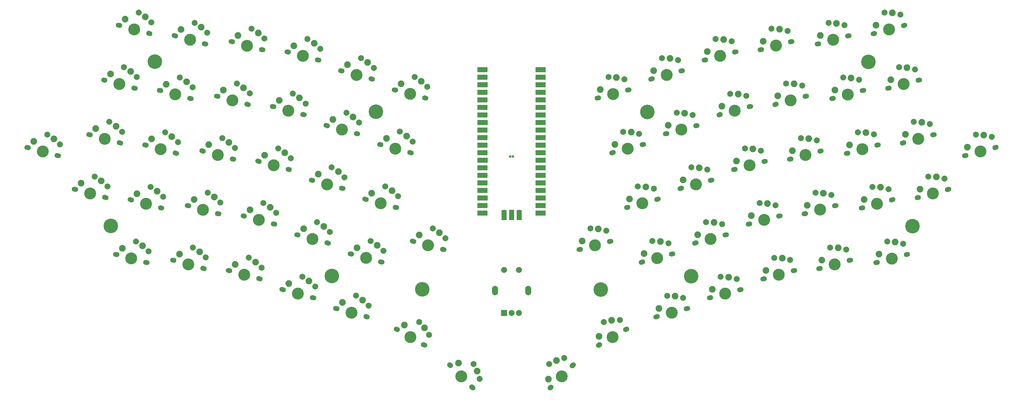
<source format=gts>
G04 #@! TF.GenerationSoftware,KiCad,Pcbnew,8.0.2*
G04 #@! TF.CreationDate,2024-06-03T01:19:23+01:00*
G04 #@! TF.ProjectId,Ashwing66,41736877-696e-4673-9636-2e6b69636164,1*
G04 #@! TF.SameCoordinates,Original*
G04 #@! TF.FileFunction,Soldermask,Top*
G04 #@! TF.FilePolarity,Negative*
%FSLAX46Y46*%
G04 Gerber Fmt 4.6, Leading zero omitted, Abs format (unit mm)*
G04 Created by KiCad (PCBNEW 8.0.2) date 2024-06-03 01:19:23*
%MOMM*%
%LPD*%
G01*
G04 APERTURE LIST*
G04 Aperture macros list*
%AMHorizOval*
0 Thick line with rounded ends*
0 $1 width*
0 $2 $3 position (X,Y) of the first rounded end (center of the circle)*
0 $4 $5 position (X,Y) of the second rounded end (center of the circle)*
0 Add line between two ends*
20,1,$1,$2,$3,$4,$5,0*
0 Add two circle primitives to create the rounded ends*
1,1,$1,$2,$3*
1,1,$1,$4,$5*%
G04 Aperture macros list end*
%ADD10C,1.700000*%
%ADD11C,1.750000*%
%ADD12C,4.000000*%
%ADD13C,2.250000*%
%ADD14C,2.000000*%
%ADD15HorizOval,2.250000X0.000000X0.000000X0.000000X0.000000X0*%
%ADD16HorizOval,2.250000X0.000000X0.000000X0.000000X0.000000X0*%
%ADD17O,2.000000X3.200000*%
%ADD18R,2.000000X2.000000*%
%ADD19HorizOval,2.250000X0.000000X0.000000X0.000000X0.000000X0*%
%ADD20C,4.900000*%
%ADD21HorizOval,2.250000X0.000000X0.000000X0.000000X0.000000X0*%
%ADD22O,1.700000X1.700000*%
%ADD23R,3.500000X1.700000*%
%ADD24R,1.700000X1.700000*%
%ADD25R,1.700000X3.500000*%
%ADD26HorizOval,2.250000X0.000000X0.000000X0.000000X0.000000X0*%
%ADD27HorizOval,2.250000X0.000000X0.000000X0.000000X0.000000X0*%
%ADD28C,0.850000*%
G04 APERTURE END LIST*
D10*
X219805529Y-173294914D03*
D11*
X220211220Y-173186210D03*
D12*
X225118119Y-171871410D03*
D11*
X230025026Y-170556608D03*
D10*
X230430707Y-170447905D03*
D13*
X226256772Y-166307106D03*
D14*
X228964236Y-166906799D03*
D15*
X220780545Y-170404062D03*
D14*
X223591090Y-166172448D03*
D10*
X68818055Y-156463481D03*
D11*
X69223744Y-156572186D03*
D12*
X74130645Y-157886985D03*
D11*
X79037552Y-159201787D03*
D10*
X79443233Y-159310490D03*
D13*
X77898899Y-153637483D03*
D14*
X79943785Y-155510564D03*
D16*
X71107868Y-154447435D03*
D14*
X75657680Y-152188024D03*
D10*
X314671195Y-159312440D03*
D11*
X315076886Y-159203736D03*
D12*
X319983785Y-157888936D03*
D11*
X324890692Y-156574134D03*
D10*
X325296373Y-156465431D03*
D13*
X321122438Y-152324632D03*
D14*
X323829902Y-152924325D03*
D15*
X315646211Y-156421588D03*
D14*
X318456756Y-152189974D03*
D10*
X230815044Y-140746691D03*
D11*
X231220735Y-140637987D03*
D12*
X236127634Y-139323187D03*
D11*
X241034541Y-138008385D03*
D10*
X241440222Y-137899682D03*
D13*
X237266287Y-133758883D03*
D14*
X239973751Y-134358576D03*
D15*
X231790060Y-137855839D03*
D14*
X234600605Y-133624225D03*
D10*
X304810184Y-122510673D03*
D11*
X305215875Y-122401969D03*
D12*
X310122774Y-121087169D03*
D11*
X315029681Y-119772367D03*
D10*
X315435362Y-119663664D03*
D13*
X311261427Y-115522865D03*
D14*
X313968891Y-116122558D03*
D15*
X305785200Y-119619821D03*
D14*
X308595745Y-115388207D03*
D10*
X300411926Y-179699685D03*
D11*
X300817617Y-179590981D03*
D12*
X305724516Y-178276181D03*
D11*
X310631423Y-176961379D03*
D10*
X311037104Y-176852676D03*
D13*
X306863169Y-172711877D03*
D14*
X309570633Y-173311570D03*
D15*
X301386942Y-176808833D03*
D14*
X304197487Y-172577219D03*
D10*
X73748560Y-138062588D03*
D11*
X74154249Y-138171293D03*
D12*
X79061150Y-139486092D03*
D11*
X83968057Y-140800894D03*
D10*
X84373738Y-140909597D03*
D13*
X82829404Y-135236590D03*
D14*
X84874290Y-137109671D03*
D16*
X76038373Y-136046542D03*
D14*
X80588185Y-133787131D03*
D10*
X59889614Y-116181345D03*
D11*
X60295304Y-116290050D03*
D12*
X65202204Y-117604849D03*
D11*
X70109111Y-118919651D03*
D10*
X70514796Y-119028354D03*
D13*
X68970458Y-113355347D03*
D14*
X71015344Y-115228428D03*
D16*
X62179429Y-114165297D03*
D14*
X66729239Y-111905888D03*
D10*
X92957170Y-140027705D03*
D11*
X93362859Y-140136410D03*
D12*
X98269760Y-141451209D03*
D11*
X103176667Y-142766011D03*
D10*
X103582348Y-142874714D03*
D13*
X102038014Y-137201707D03*
D14*
X104082900Y-139074788D03*
D16*
X95246983Y-138011659D03*
D14*
X99796795Y-135752248D03*
D10*
X64829536Y-97769829D03*
D11*
X65235226Y-97878534D03*
D12*
X70142126Y-99193333D03*
D11*
X75049033Y-100508135D03*
D10*
X75454718Y-100616838D03*
D13*
X73910380Y-94943831D03*
D14*
X75955266Y-96816912D03*
D16*
X67119349Y-95753784D03*
D14*
X71669161Y-93494372D03*
D10*
X318669138Y-100629420D03*
D11*
X319074828Y-100520717D03*
D12*
X323981728Y-99205916D03*
D11*
X328888635Y-97891114D03*
D10*
X329294317Y-97782407D03*
D13*
X325120381Y-93641612D03*
D14*
X327827845Y-94241305D03*
D15*
X319644152Y-97738564D03*
D14*
X322454699Y-93506953D03*
D10*
X101872655Y-180309148D03*
D11*
X102278344Y-180417853D03*
D12*
X107185245Y-181732652D03*
D11*
X112092152Y-183047454D03*
D10*
X112497833Y-183156157D03*
D13*
X110953499Y-177483150D03*
D14*
X112998385Y-179356231D03*
D16*
X104162468Y-178293102D03*
D14*
X108712280Y-176033691D03*
D10*
X129749525Y-149899333D03*
D11*
X130155214Y-150008038D03*
D12*
X135062115Y-151322837D03*
D11*
X139969022Y-152637639D03*
D10*
X140374703Y-152746342D03*
D13*
X138830369Y-147073335D03*
D14*
X140875255Y-148946416D03*
D16*
X132039338Y-147883287D03*
D14*
X136589150Y-145623876D03*
D10*
X225884542Y-122345814D03*
D11*
X226290232Y-122237111D03*
D12*
X231197132Y-120922310D03*
D11*
X236104039Y-119607508D03*
D10*
X236509721Y-119498801D03*
D13*
X232335785Y-115358006D03*
D14*
X235043249Y-115957699D03*
D15*
X226859556Y-119454958D03*
D14*
X229670103Y-115223347D03*
D10*
X299876840Y-104123696D03*
D11*
X300282530Y-104014993D03*
D12*
X305189430Y-102700192D03*
D11*
X310096337Y-101385390D03*
D10*
X310502019Y-101276683D03*
D13*
X306328083Y-97135888D03*
D14*
X309035547Y-97735581D03*
D15*
X300851854Y-101232840D03*
D14*
X303662401Y-97001229D03*
D17*
X191483552Y-187100917D03*
X202683552Y-187100917D03*
D18*
X194583552Y-194600917D03*
D14*
X199583552Y-194600917D03*
X197083552Y-194600917D03*
X194583552Y-180100917D03*
X199583552Y-180100917D03*
D10*
X323599642Y-119030307D03*
D11*
X324005333Y-118921603D03*
D12*
X328912232Y-117606803D03*
D11*
X333819139Y-116292001D03*
D10*
X334224820Y-116183298D03*
D13*
X330050885Y-112042499D03*
D14*
X332758349Y-112642192D03*
D15*
X324574658Y-116139455D03*
D14*
X327385203Y-111907841D03*
D10*
X124828434Y-168289588D03*
D11*
X125234123Y-168398293D03*
D12*
X130141024Y-169713092D03*
D11*
X135047931Y-171027894D03*
D10*
X135453612Y-171136597D03*
D13*
X133909278Y-165463590D03*
D14*
X135954164Y-167336671D03*
D16*
X127118247Y-166273542D03*
D14*
X131668059Y-164014131D03*
D10*
X176255098Y-212049300D03*
D11*
X176552083Y-212346286D03*
D12*
X180144184Y-215938386D03*
D11*
X183736289Y-219530491D03*
D10*
X184033268Y-219827471D03*
D13*
X185532339Y-214142336D03*
D14*
X186366723Y-216786912D03*
D19*
X179246158Y-211448262D03*
D14*
X184316115Y-211766457D03*
D10*
X263610155Y-189560697D03*
D11*
X264015846Y-189451993D03*
D12*
X268922745Y-188137193D03*
D11*
X273829652Y-186822391D03*
D10*
X274235333Y-186713688D03*
D13*
X270061398Y-182572889D03*
D14*
X272768862Y-183172582D03*
D15*
X264585171Y-186669845D03*
D14*
X267395716Y-182438231D03*
D10*
X349394569Y-141708842D03*
D11*
X349800260Y-141600138D03*
D12*
X354707159Y-140285338D03*
D11*
X359614066Y-138970536D03*
D10*
X360019747Y-138861833D03*
D13*
X355845812Y-134721034D03*
D14*
X358553276Y-135320727D03*
D15*
X350369585Y-138817990D03*
D14*
X353180130Y-134586376D03*
D20*
X167054036Y-186687989D03*
D10*
X147765392Y-156291280D03*
D11*
X148171081Y-156399985D03*
D12*
X153077982Y-157714784D03*
D11*
X157984889Y-159029586D03*
D10*
X158390570Y-159138289D03*
D13*
X156846236Y-153465282D03*
D14*
X158891122Y-155338363D03*
D16*
X150055205Y-154275234D03*
D14*
X154605017Y-152015823D03*
D10*
X248818646Y-134358036D03*
D11*
X249224337Y-134249332D03*
D12*
X254131236Y-132934532D03*
D11*
X259038143Y-131619730D03*
D10*
X259443824Y-131511027D03*
D13*
X255269889Y-127370228D03*
D14*
X257977353Y-127969921D03*
D15*
X249793662Y-131467184D03*
D14*
X252604207Y-127235570D03*
D10*
X258682503Y-171145896D03*
D11*
X259088194Y-171037192D03*
D12*
X263995093Y-169722392D03*
D11*
X268902000Y-168407590D03*
D10*
X269307681Y-168298887D03*
D13*
X265133746Y-164158088D03*
D14*
X267841210Y-164757781D03*
D15*
X259657519Y-168255044D03*
D14*
X262468064Y-164023430D03*
D10*
X235745545Y-159147583D03*
D11*
X236151236Y-159038879D03*
D12*
X241058135Y-157724079D03*
D11*
X245965042Y-156409277D03*
D10*
X246370723Y-156300574D03*
D13*
X242196788Y-152159775D03*
D14*
X244904252Y-152759468D03*
D15*
X236720561Y-156256731D03*
D14*
X239531106Y-152025117D03*
D10*
X134689446Y-131487821D03*
D11*
X135095135Y-131596526D03*
D12*
X140002036Y-132911325D03*
D11*
X144908943Y-134226127D03*
D10*
X145314624Y-134334830D03*
D13*
X143770290Y-128661823D03*
D14*
X145815176Y-130534904D03*
D16*
X136979259Y-129471775D03*
D14*
X141529071Y-127212364D03*
D10*
X163709544Y-170426762D03*
D11*
X164115233Y-170535467D03*
D12*
X169022134Y-171850266D03*
D11*
X173929041Y-173165068D03*
D10*
X174334722Y-173273771D03*
D13*
X172790388Y-167600764D03*
D14*
X174835274Y-169473845D03*
D16*
X165999357Y-168410716D03*
D14*
X170549169Y-166151305D03*
D10*
X152695894Y-137890394D03*
D11*
X153101583Y-137999099D03*
D12*
X158008484Y-139313898D03*
D11*
X162915391Y-140628700D03*
D10*
X163321072Y-140737403D03*
D13*
X161776738Y-135064396D03*
D14*
X163821624Y-136937477D03*
D16*
X154985707Y-135874348D03*
D14*
X159535519Y-133614937D03*
D10*
X276686097Y-164757233D03*
D11*
X277091788Y-164648529D03*
D12*
X281998687Y-163333729D03*
D11*
X286905594Y-162018927D03*
D10*
X287311275Y-161910224D03*
D13*
X283137340Y-157769425D03*
D14*
X285844804Y-158369118D03*
D15*
X277661113Y-161866381D03*
D14*
X280471658Y-157634767D03*
D10*
X281613757Y-183172033D03*
D11*
X282019448Y-183063329D03*
D12*
X286926347Y-181748529D03*
D11*
X291833254Y-180433727D03*
D10*
X292238935Y-180325024D03*
D13*
X288065000Y-176184225D03*
D14*
X290772464Y-176783918D03*
D15*
X282588773Y-180281181D03*
D14*
X285399318Y-176049567D03*
D10*
X158321173Y-199995704D03*
D11*
X158684905Y-200205705D03*
D12*
X163084311Y-202745703D03*
D11*
X167483723Y-205285705D03*
D10*
X167847446Y-205495702D03*
D13*
X167824017Y-199616295D03*
D14*
X169314439Y-201954806D03*
D21*
X161054754Y-198640999D03*
D14*
X166034312Y-197636154D03*
D10*
X240673210Y-177562386D03*
D11*
X241078901Y-177453682D03*
D12*
X245985800Y-176138882D03*
D11*
X250892707Y-174824080D03*
D10*
X251298388Y-174715377D03*
D13*
X247124453Y-170574578D03*
D14*
X249831917Y-171174271D03*
D15*
X241648226Y-174671534D03*
D14*
X244458771Y-170439920D03*
D10*
X137904387Y-193093052D03*
D11*
X138310076Y-193201757D03*
D12*
X143216977Y-194516556D03*
D11*
X148123884Y-195831358D03*
D10*
X148529565Y-195940061D03*
D13*
X146985231Y-190267054D03*
D14*
X149030117Y-192140135D03*
D16*
X140194200Y-191077006D03*
D14*
X144744012Y-188817595D03*
D10*
X266825100Y-127955463D03*
D11*
X267230791Y-127846759D03*
D12*
X272137690Y-126531959D03*
D11*
X277044597Y-125217157D03*
D10*
X277450278Y-125108454D03*
D13*
X273276343Y-120967655D03*
D14*
X275983807Y-121567348D03*
D15*
X267800116Y-125064611D03*
D14*
X270610661Y-120832997D03*
D10*
X97878256Y-121637435D03*
D11*
X98283945Y-121746140D03*
D12*
X103190846Y-123060939D03*
D11*
X108097753Y-124375741D03*
D10*
X108503434Y-124484444D03*
D13*
X106959100Y-118811437D03*
D14*
X109003986Y-120684518D03*
D16*
X100168069Y-119621389D03*
D14*
X104717881Y-117361978D03*
D20*
X136663283Y-182168280D03*
D10*
X139619951Y-113086936D03*
D11*
X140025640Y-113195641D03*
D12*
X144932541Y-114510440D03*
D11*
X149839448Y-115825242D03*
D10*
X150245132Y-115933940D03*
D13*
X148700795Y-110260938D03*
D14*
X150745681Y-112134019D03*
D16*
X141909766Y-111070888D03*
D14*
X146459576Y-108811479D03*
D10*
X63887554Y-174864361D03*
D11*
X64293243Y-174973066D03*
D12*
X69200144Y-176287865D03*
D11*
X74107051Y-177602667D03*
D10*
X74512732Y-177711370D03*
D13*
X72968398Y-172038363D03*
D14*
X75013284Y-173911444D03*
D16*
X66177367Y-172848315D03*
D14*
X70727179Y-170588904D03*
D10*
X333460648Y-155832088D03*
D11*
X333866339Y-155723384D03*
D12*
X338773238Y-154408584D03*
D11*
X343680145Y-153093782D03*
D10*
X344085826Y-152985079D03*
D13*
X339911891Y-148844280D03*
D14*
X342619355Y-149443973D03*
D15*
X334435664Y-152941236D03*
D14*
X337246209Y-148709622D03*
D10*
X309737843Y-140925465D03*
D11*
X310143534Y-140816761D03*
D12*
X315050433Y-139501961D03*
D11*
X319957340Y-138187159D03*
D10*
X320363021Y-138078456D03*
D13*
X316189086Y-133937657D03*
D14*
X318896550Y-134537350D03*
D15*
X310712859Y-138034613D03*
D14*
X313523404Y-133802999D03*
D10*
X106803153Y-161908270D03*
D11*
X107208842Y-162016975D03*
D12*
X112115743Y-163331774D03*
D11*
X117022650Y-164646576D03*
D10*
X117428331Y-164755279D03*
D13*
X115883997Y-159082272D03*
D14*
X117928883Y-160955353D03*
D16*
X109092966Y-159892224D03*
D14*
X113642778Y-157632813D03*
D10*
X102808749Y-103236553D03*
D11*
X103214438Y-103345258D03*
D12*
X108121339Y-104660057D03*
D11*
X113028246Y-105974859D03*
D10*
X113433930Y-106083557D03*
D13*
X111889593Y-100410555D03*
D14*
X113934479Y-102283636D03*
D16*
X105098564Y-101220505D03*
D14*
X109648374Y-98961096D03*
D10*
X328530141Y-137431200D03*
D11*
X328935832Y-137322496D03*
D12*
X333842731Y-136007696D03*
D11*
X338749638Y-134692894D03*
D10*
X339155319Y-134584191D03*
D13*
X334981384Y-130443392D03*
D14*
X337688848Y-131043085D03*
D15*
X329505157Y-134540348D03*
D14*
X332315702Y-130308734D03*
D10*
X119888520Y-186701107D03*
D11*
X120294209Y-186809812D03*
D12*
X125201110Y-188124611D03*
D11*
X130108017Y-189439413D03*
D10*
X130513698Y-189548116D03*
D13*
X128969364Y-183875109D03*
D14*
X131014250Y-185748190D03*
D16*
X122178333Y-184685061D03*
D14*
X126728145Y-182425650D03*
D10*
X243890991Y-115943234D03*
D11*
X244296681Y-115834531D03*
D12*
X249203581Y-114519730D03*
D11*
X254110488Y-113204928D03*
D10*
X254516170Y-113096221D03*
D13*
X250342234Y-108955426D03*
D14*
X253049698Y-109555119D03*
D15*
X244866005Y-113052378D03*
D14*
X247676552Y-108820767D03*
D10*
X319601703Y-177713329D03*
D11*
X320007394Y-177604625D03*
D12*
X324914293Y-176289825D03*
D11*
X329821200Y-174975023D03*
D10*
X330226881Y-174866320D03*
D13*
X326052946Y-170725521D03*
D14*
X328760410Y-171325214D03*
D15*
X320576719Y-174822477D03*
D14*
X323387264Y-170590863D03*
D10*
X116673585Y-125095873D03*
D11*
X117079274Y-125204578D03*
D12*
X121986175Y-126519377D03*
D11*
X126893082Y-127834179D03*
D10*
X127298763Y-127942882D03*
D13*
X125754429Y-122269875D03*
D14*
X127799315Y-124142956D03*
D16*
X118963398Y-123079827D03*
D14*
X123513210Y-120820416D03*
D22*
X188177042Y-112751299D03*
D23*
X187277042Y-112751299D03*
D22*
X188177043Y-115291297D03*
D23*
X187277043Y-115291297D03*
D24*
X188177043Y-117831299D03*
D23*
X187277043Y-117831299D03*
D22*
X188177040Y-120371297D03*
D23*
X187277040Y-120371297D03*
D22*
X188177039Y-122911295D03*
D23*
X187277039Y-122911295D03*
D22*
X188177041Y-125451299D03*
D23*
X187277041Y-125451299D03*
D22*
X188177040Y-127991298D03*
D23*
X187277040Y-127991298D03*
D24*
X188177041Y-130531300D03*
D23*
X187277041Y-130531300D03*
D22*
X188177041Y-133071298D03*
D23*
X187277041Y-133071298D03*
D22*
X188177042Y-135611298D03*
D23*
X187277042Y-135611298D03*
D22*
X188177042Y-138151298D03*
D23*
X187277042Y-138151298D03*
D22*
X188177041Y-140691298D03*
D23*
X187277041Y-140691298D03*
D24*
X188177044Y-143231298D03*
D23*
X187277044Y-143231298D03*
D22*
X188177041Y-145771299D03*
D23*
X187277041Y-145771299D03*
D22*
X188177041Y-148311301D03*
D23*
X187277041Y-148311301D03*
D22*
X188177039Y-150851299D03*
D23*
X187277039Y-150851299D03*
D22*
X188177039Y-153391297D03*
D23*
X187277039Y-153391297D03*
D24*
X188177041Y-155931298D03*
D23*
X187277041Y-155931298D03*
D22*
X188177042Y-158471298D03*
D23*
X187277042Y-158471298D03*
D22*
X188177041Y-161011298D03*
D23*
X187277041Y-161011298D03*
D22*
X205957040Y-161011297D03*
D23*
X206857040Y-161011297D03*
D22*
X205957039Y-158471299D03*
D23*
X206857039Y-158471299D03*
D24*
X205957039Y-155931297D03*
D23*
X206857039Y-155931297D03*
D22*
X205957042Y-153391299D03*
D23*
X206857042Y-153391299D03*
D22*
X205957043Y-150851301D03*
D23*
X206857043Y-150851301D03*
D22*
X205957041Y-148311297D03*
D23*
X206857041Y-148311297D03*
D22*
X205957042Y-145771298D03*
D23*
X206857042Y-145771298D03*
D24*
X205957041Y-143231296D03*
D23*
X206857041Y-143231296D03*
D22*
X205957041Y-140691298D03*
D23*
X206857041Y-140691298D03*
D22*
X205957040Y-138151298D03*
D23*
X206857040Y-138151298D03*
D22*
X205957040Y-135611298D03*
D23*
X206857040Y-135611298D03*
D22*
X205957041Y-133071298D03*
D23*
X206857041Y-133071298D03*
D24*
X205957038Y-130531298D03*
D23*
X206857038Y-130531298D03*
D22*
X205957041Y-127991297D03*
D23*
X206857041Y-127991297D03*
D22*
X205957041Y-125451295D03*
D23*
X206857041Y-125451295D03*
D22*
X205957043Y-122911297D03*
D23*
X206857043Y-122911297D03*
D22*
X205957043Y-120371299D03*
D23*
X206857043Y-120371299D03*
D24*
X205957041Y-117831298D03*
D23*
X206857041Y-117831298D03*
D22*
X205957040Y-115291298D03*
D23*
X206857040Y-115291298D03*
D22*
X205957041Y-112751298D03*
D23*
X206857041Y-112751298D03*
D22*
X194527037Y-160781299D03*
D25*
X194527037Y-161681299D03*
D24*
X197067041Y-160781298D03*
D25*
X197067041Y-161681298D03*
D22*
X199607039Y-160781299D03*
D25*
X199607039Y-161681299D03*
D10*
X280692769Y-106082235D03*
D11*
X281098459Y-105973532D03*
D12*
X286005359Y-104658731D03*
D11*
X290912266Y-103343929D03*
D10*
X291317948Y-103235222D03*
D13*
X287144012Y-99094427D03*
D14*
X289851476Y-99694120D03*
D15*
X281667783Y-103191379D03*
D14*
X284478330Y-98959768D03*
D10*
X83086745Y-176840100D03*
D11*
X83492434Y-176948805D03*
D12*
X88399335Y-178263604D03*
D11*
X93306242Y-179578406D03*
D10*
X93711923Y-179687109D03*
D13*
X92167589Y-174014102D03*
D14*
X94212475Y-175887183D03*
D16*
X85376558Y-174824054D03*
D14*
X89926370Y-172564643D03*
D10*
X290550926Y-142897915D03*
D11*
X290956617Y-142789211D03*
D12*
X295863516Y-141474411D03*
D11*
X300770423Y-140159609D03*
D10*
X301176104Y-140050906D03*
D13*
X297002169Y-135910107D03*
D14*
X299709633Y-136509800D03*
D15*
X291525942Y-140007063D03*
D14*
X294336487Y-135775449D03*
D10*
X111733663Y-143507383D03*
D11*
X112139352Y-143616088D03*
D12*
X117046253Y-144930887D03*
D11*
X121953160Y-146245689D03*
D10*
X122358841Y-146354392D03*
D13*
X120814507Y-140681385D03*
D14*
X122859393Y-142554466D03*
D16*
X114023476Y-141491337D03*
D14*
X118573288Y-139231926D03*
D10*
X34088910Y-138867336D03*
D11*
X34494599Y-138976041D03*
D12*
X39401500Y-140290840D03*
D11*
X44308407Y-141605642D03*
D10*
X44714088Y-141714345D03*
D13*
X43169754Y-136041338D03*
D14*
X45214640Y-137914419D03*
D16*
X36378723Y-136851290D03*
D14*
X40928535Y-134591879D03*
D10*
X54959118Y-134582233D03*
D11*
X55364807Y-134690938D03*
D12*
X60271708Y-136005737D03*
D11*
X65178615Y-137320539D03*
D10*
X65584296Y-137429242D03*
D13*
X64039962Y-131756235D03*
D14*
X66084848Y-133629316D03*
D16*
X57248931Y-132566187D03*
D14*
X61798743Y-130306776D03*
D10*
X50038032Y-152972490D03*
D11*
X50443721Y-153081195D03*
D12*
X55350622Y-154395994D03*
D11*
X60257529Y-155710796D03*
D10*
X60663210Y-155819499D03*
D13*
X59118876Y-150146492D03*
D14*
X61163762Y-152019573D03*
D16*
X52327845Y-150956444D03*
D14*
X56877657Y-148697033D03*
D20*
X151467732Y-126917321D03*
D10*
X245606556Y-195949359D03*
D11*
X246012247Y-195840655D03*
D12*
X250919146Y-194525855D03*
D11*
X255826053Y-193211053D03*
D10*
X256231734Y-193102350D03*
D13*
X252057799Y-188961551D03*
D14*
X254765263Y-189561244D03*
D15*
X246581572Y-193058507D03*
D14*
X249392117Y-188826893D03*
D10*
X88017241Y-158439214D03*
D11*
X88422930Y-158547919D03*
D12*
X93329831Y-159862718D03*
D11*
X98236738Y-161177520D03*
D10*
X98642419Y-161286223D03*
D13*
X97098085Y-155613216D03*
D14*
X99142971Y-157486297D03*
D16*
X90307054Y-156423168D03*
D14*
X94856866Y-154163757D03*
D20*
X77094197Y-110068938D03*
D10*
X142834896Y-174692164D03*
D11*
X143240585Y-174800869D03*
D12*
X148147486Y-176115668D03*
D11*
X153054393Y-177430470D03*
D10*
X153460074Y-177539173D03*
D13*
X151915740Y-171866166D03*
D14*
X153960626Y-173739247D03*
D16*
X145124709Y-172676118D03*
D14*
X149674521Y-170416707D03*
D10*
X295484271Y-161284897D03*
D11*
X295889962Y-161176193D03*
D12*
X300796861Y-159861393D03*
D11*
X305703768Y-158546591D03*
D10*
X306109449Y-158437888D03*
D13*
X301935514Y-154297089D03*
D14*
X304642978Y-154896782D03*
D15*
X296459287Y-158394045D03*
D14*
X299269832Y-154162431D03*
D10*
X253749155Y-152758924D03*
D11*
X254154846Y-152650220D03*
D12*
X259061745Y-151335420D03*
D11*
X263968652Y-150020618D03*
D10*
X264374333Y-149911915D03*
D13*
X260200398Y-145771116D03*
D14*
X262907862Y-146370809D03*
D15*
X254724171Y-149868072D03*
D14*
X257534716Y-145636458D03*
D10*
X285623274Y-124483129D03*
D11*
X286028965Y-124374425D03*
D12*
X290935864Y-123059625D03*
D11*
X295842771Y-121744823D03*
D10*
X296248452Y-121636120D03*
D13*
X292074517Y-117495321D03*
D14*
X294781981Y-118095014D03*
D15*
X286598290Y-121592277D03*
D14*
X289408835Y-117360663D03*
D10*
X78679066Y-119661702D03*
D11*
X79084755Y-119770407D03*
D12*
X83991656Y-121085206D03*
D11*
X88898563Y-122400008D03*
D10*
X89304244Y-122508711D03*
D13*
X87759910Y-116835704D03*
D14*
X89804796Y-118708785D03*
D16*
X80968879Y-117645656D03*
D14*
X85518691Y-115386245D03*
D20*
X62289749Y-165319895D03*
D10*
X157626398Y-119489504D03*
D11*
X158032087Y-119598209D03*
D12*
X162938988Y-120913008D03*
D11*
X167845895Y-122227810D03*
D10*
X168251579Y-122336508D03*
D13*
X166707242Y-116663506D03*
D14*
X168752128Y-118536587D03*
D16*
X159916213Y-117473456D03*
D14*
X164466023Y-115214047D03*
D10*
X83618988Y-101250195D03*
D11*
X84024677Y-101358900D03*
D12*
X88931578Y-102673699D03*
D11*
X93838485Y-103988501D03*
D10*
X94244169Y-104097199D03*
D13*
X92699832Y-98424197D03*
D14*
X94744718Y-100297278D03*
D16*
X85908803Y-99234147D03*
D14*
X90458613Y-96974738D03*
D10*
X261894589Y-109554574D03*
D11*
X262300279Y-109445871D03*
D12*
X267207179Y-108131070D03*
D11*
X272114086Y-106816268D03*
D10*
X272519768Y-106707561D03*
D13*
X268345832Y-102566766D03*
D14*
X271053296Y-103166459D03*
D15*
X262869603Y-106663718D03*
D14*
X265680150Y-102432107D03*
D10*
X210028429Y-219856995D03*
D11*
X210325415Y-219560010D03*
D12*
X213917515Y-215967909D03*
D11*
X217509620Y-212375804D03*
D10*
X217806600Y-212078825D03*
D13*
X212121465Y-210579754D03*
D14*
X214766041Y-209745370D03*
D26*
X209427391Y-216865935D03*
D14*
X209745586Y-211795978D03*
D10*
X271752751Y-146370260D03*
D11*
X272158442Y-146261556D03*
D12*
X277065341Y-144946756D03*
D11*
X281972248Y-143631954D03*
D10*
X282377929Y-143523251D03*
D13*
X278203994Y-139382452D03*
D14*
X280911458Y-139982145D03*
D15*
X272727767Y-143479408D03*
D14*
X275538312Y-139247794D03*
D10*
X226273756Y-205510252D03*
D11*
X226637488Y-205300252D03*
D12*
X231036894Y-202760253D03*
D11*
X235436306Y-200220251D03*
D10*
X235800029Y-200010257D03*
D13*
X230696600Y-197090843D03*
D14*
X233467020Y-196969358D03*
D27*
X226467341Y-202465550D03*
D14*
X228086897Y-197650703D03*
D10*
X121604087Y-106694983D03*
D11*
X122009776Y-106803688D03*
D12*
X126916677Y-108118487D03*
D11*
X131823584Y-109433289D03*
D10*
X132229268Y-109541987D03*
D13*
X130684931Y-103868985D03*
D14*
X132729817Y-105742066D03*
D16*
X123893902Y-104678935D03*
D14*
X128443712Y-102419526D03*
D20*
X331862205Y-165392665D03*
X242684221Y-126990091D03*
X317057756Y-110141707D03*
X227097919Y-186760757D03*
D28*
X196553808Y-141941055D03*
X197553808Y-141941053D03*
D20*
X257488671Y-182241046D03*
M02*

</source>
